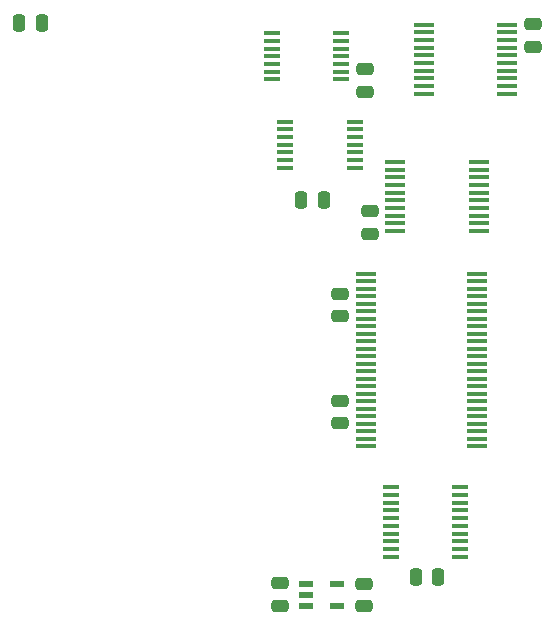
<source format=gtp>
%TF.GenerationSoftware,KiCad,Pcbnew,7.0.5*%
%TF.CreationDate,2024-02-20T08:24:15+02:00*%
%TF.ProjectId,LCD Display,4c434420-4469-4737-906c-61792e6b6963,rev?*%
%TF.SameCoordinates,PX8c7ecc0PY5e78920*%
%TF.FileFunction,Paste,Top*%
%TF.FilePolarity,Positive*%
%FSLAX46Y46*%
G04 Gerber Fmt 4.6, Leading zero omitted, Abs format (unit mm)*
G04 Created by KiCad (PCBNEW 7.0.5) date 2024-02-20 08:24:15*
%MOMM*%
%LPD*%
G01*
G04 APERTURE LIST*
G04 Aperture macros list*
%AMRoundRect*
0 Rectangle with rounded corners*
0 $1 Rounding radius*
0 $2 $3 $4 $5 $6 $7 $8 $9 X,Y pos of 4 corners*
0 Add a 4 corners polygon primitive as box body*
4,1,4,$2,$3,$4,$5,$6,$7,$8,$9,$2,$3,0*
0 Add four circle primitives for the rounded corners*
1,1,$1+$1,$2,$3*
1,1,$1+$1,$4,$5*
1,1,$1+$1,$6,$7*
1,1,$1+$1,$8,$9*
0 Add four rect primitives between the rounded corners*
20,1,$1+$1,$2,$3,$4,$5,0*
20,1,$1+$1,$4,$5,$6,$7,0*
20,1,$1+$1,$6,$7,$8,$9,0*
20,1,$1+$1,$8,$9,$2,$3,0*%
G04 Aperture macros list end*
%ADD10R,1.475000X0.450000*%
%ADD11RoundRect,0.250000X-0.250000X-0.475000X0.250000X-0.475000X0.250000X0.475000X-0.250000X0.475000X0*%
%ADD12RoundRect,0.250000X-0.475000X0.250000X-0.475000X-0.250000X0.475000X-0.250000X0.475000X0.250000X0*%
%ADD13R,1.800000X0.450000*%
%ADD14RoundRect,0.250000X0.475000X-0.250000X0.475000X0.250000X-0.475000X0.250000X-0.475000X-0.250000X0*%
%ADD15R,1.150000X0.600000*%
%ADD16RoundRect,0.250000X0.250000X0.475000X-0.250000X0.475000X-0.250000X-0.475000X0.250000X-0.475000X0*%
%ADD17R,1.800000X0.430000*%
G04 APERTURE END LIST*
D10*
%TO.C,IC16*%
X2650000Y8427000D03*
X2650000Y7777000D03*
X2650000Y7127000D03*
X2650000Y6477000D03*
X2650000Y5827000D03*
X2650000Y5177000D03*
X2650000Y4527000D03*
X8526000Y4527000D03*
X8526000Y5177000D03*
X8526000Y5827000D03*
X8526000Y6477000D03*
X8526000Y7127000D03*
X8526000Y7777000D03*
X8526000Y8427000D03*
%TD*%
D11*
%TO.C,C5*%
X14814000Y-37592000D03*
X16714000Y-37592000D03*
%TD*%
D12*
%TO.C,C3*%
X24765000Y9189000D03*
X24765000Y7289000D03*
%TD*%
D13*
%TO.C,IC11*%
X15500000Y9148000D03*
X15500000Y8498000D03*
X15500000Y7848000D03*
X15500000Y7198000D03*
X15500000Y6548000D03*
X15500000Y5898000D03*
X15500000Y5248000D03*
X15500000Y4598000D03*
X15500000Y3948000D03*
X15500000Y3298000D03*
X22600000Y3298000D03*
X22600000Y3948000D03*
X22600000Y4598000D03*
X22600000Y5248000D03*
X22600000Y5898000D03*
X22600000Y6548000D03*
X22600000Y7198000D03*
X22600000Y7848000D03*
X22600000Y8498000D03*
X22600000Y9148000D03*
%TD*%
D14*
%TO.C,C8*%
X8382000Y-15539000D03*
X8382000Y-13639000D03*
%TD*%
D15*
%TO.C,IC2*%
X5558000Y-38166000D03*
X5558000Y-39116000D03*
X5558000Y-40066000D03*
X8158000Y-40066000D03*
X8158000Y-38166000D03*
%TD*%
D10*
%TO.C,IC14*%
X3793000Y934000D03*
X3793000Y284000D03*
X3793000Y-366000D03*
X3793000Y-1016000D03*
X3793000Y-1666000D03*
X3793000Y-2316000D03*
X3793000Y-2966000D03*
X9669000Y-2966000D03*
X9669000Y-2316000D03*
X9669000Y-1666000D03*
X9669000Y-1016000D03*
X9669000Y-366000D03*
X9669000Y284000D03*
X9669000Y934000D03*
%TD*%
D16*
%TO.C,C2*%
X-16846000Y9271000D03*
X-18746000Y9271000D03*
%TD*%
D12*
%TO.C,C6*%
X10541000Y5379000D03*
X10541000Y3479000D03*
%TD*%
D13*
%TO.C,IC12*%
X20187000Y-8322999D03*
X20187000Y-7672999D03*
X20187000Y-7022999D03*
X20187000Y-6372999D03*
X20187000Y-5722999D03*
X20187000Y-5072999D03*
X20187000Y-4422999D03*
X20187000Y-3772999D03*
X20187000Y-3122999D03*
X20187000Y-2472999D03*
X13087000Y-2472999D03*
X13087000Y-3122999D03*
X13087000Y-3772999D03*
X13087000Y-4422999D03*
X13087000Y-5072999D03*
X13087000Y-5722999D03*
X13087000Y-6372999D03*
X13087000Y-7022999D03*
X13087000Y-7672999D03*
X13087000Y-8322999D03*
%TD*%
D12*
%TO.C,C4*%
X8382000Y-22688000D03*
X8382000Y-24588000D03*
%TD*%
D14*
%TO.C,C1*%
X3302000Y-40050000D03*
X3302000Y-38150000D03*
%TD*%
D10*
%TO.C,IC20*%
X18601501Y-35881999D03*
X18601501Y-35231999D03*
X18601501Y-34581999D03*
X18601501Y-33931999D03*
X18601501Y-33281999D03*
X18601501Y-32631999D03*
X18601501Y-31981999D03*
X18601501Y-31331999D03*
X18601501Y-30681999D03*
X18601501Y-30031999D03*
X12725501Y-30031999D03*
X12725501Y-30681999D03*
X12725501Y-31331999D03*
X12725501Y-31981999D03*
X12725501Y-32631999D03*
X12725501Y-33281999D03*
X12725501Y-33931999D03*
X12725501Y-34581999D03*
X12725501Y-35231999D03*
X12725501Y-35881999D03*
%TD*%
D16*
%TO.C,C7*%
X7030000Y-5715000D03*
X5130000Y-5715000D03*
%TD*%
D14*
%TO.C,C10*%
X10922000Y-8554000D03*
X10922000Y-6654000D03*
%TD*%
D17*
%TO.C,IC13*%
X10582501Y-11938999D03*
X10582501Y-12572999D03*
X10582501Y-13208999D03*
X10582501Y-13842999D03*
X10582501Y-14478999D03*
X10582501Y-15112999D03*
X10582501Y-15748999D03*
X10582501Y-16382999D03*
X10582501Y-17018999D03*
X10582501Y-17652999D03*
X10582501Y-18288999D03*
X10582501Y-18922999D03*
X10582501Y-19558999D03*
X10582501Y-20192999D03*
X10582501Y-20828999D03*
X10582501Y-21462999D03*
X10582501Y-22098999D03*
X10582501Y-22732999D03*
X10582501Y-23368999D03*
X10582501Y-24002999D03*
X10582501Y-24638999D03*
X10582501Y-25272999D03*
X10582501Y-25908999D03*
X10582501Y-26542999D03*
X19982501Y-26542999D03*
X19982501Y-25908999D03*
X19982501Y-25272999D03*
X19982501Y-24638999D03*
X19982501Y-24002999D03*
X19982501Y-23368999D03*
X19982501Y-22732999D03*
X19982501Y-22098999D03*
X19982501Y-21462999D03*
X19982501Y-20828999D03*
X19982501Y-20192999D03*
X19982501Y-19558999D03*
X19982501Y-18922999D03*
X19982501Y-18288999D03*
X19982501Y-17652999D03*
X19982501Y-17018999D03*
X19982501Y-16382999D03*
X19982501Y-15748999D03*
X19982501Y-15112999D03*
X19982501Y-14478999D03*
X19982501Y-13842999D03*
X19982501Y-13208999D03*
X19982501Y-12572999D03*
X19982501Y-11938999D03*
%TD*%
D12*
%TO.C,C11*%
X10414000Y-38182000D03*
X10414000Y-40082000D03*
%TD*%
M02*

</source>
